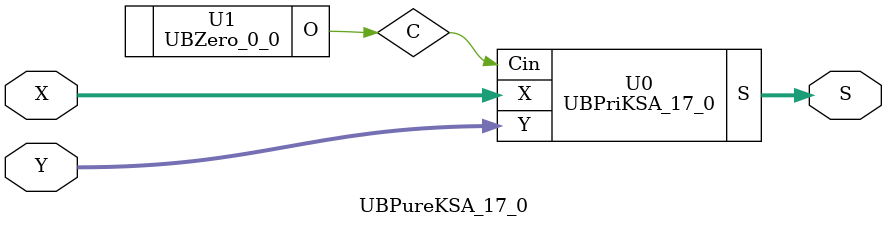
<source format=v>
/*----------------------------------------------------------------------------
  Copyright (c) 2021 Homma laboratory. All rights reserved.

  Top module: UBKSA_17_0_17_0

  Operand-1 length: 18
  Operand-2 length: 18
  Two-operand addition algorithm: Kogge-Stone adder
----------------------------------------------------------------------------*/

module GPGenerator(Go, Po, A, B);
  output Go;
  output Po;
  input A;
  input B;
  assign Go = A & B;
  assign Po = A ^ B;
endmodule

module CarryOperator(Go, Po, Gi1, Pi1, Gi2, Pi2);
  output Go;
  output Po;
  input Gi1;
  input Gi2;
  input Pi1;
  input Pi2;
  assign Go = Gi1 | ( Gi2 & Pi1 );
  assign Po = Pi1 & Pi2;
endmodule

module UBPriKSA_17_0(S, X, Y, Cin);
  output [18:0] S;
  input Cin;
  input [17:0] X;
  input [17:0] Y;
  wire [17:0] G0;
  wire [17:0] G1;
  wire [17:0] G2;
  wire [17:0] G3;
  wire [17:0] G4;
  wire [17:0] G5;
  wire [17:0] P0;
  wire [17:0] P1;
  wire [17:0] P2;
  wire [17:0] P3;
  wire [17:0] P4;
  wire [17:0] P5;
  assign P1[0] = P0[0];
  assign G1[0] = G0[0];
  assign P2[0] = P1[0];
  assign G2[0] = G1[0];
  assign P2[1] = P1[1];
  assign G2[1] = G1[1];
  assign P3[0] = P2[0];
  assign G3[0] = G2[0];
  assign P3[1] = P2[1];
  assign G3[1] = G2[1];
  assign P3[2] = P2[2];
  assign G3[2] = G2[2];
  assign P3[3] = P2[3];
  assign G3[3] = G2[3];
  assign P4[0] = P3[0];
  assign G4[0] = G3[0];
  assign P4[1] = P3[1];
  assign G4[1] = G3[1];
  assign P4[2] = P3[2];
  assign G4[2] = G3[2];
  assign P4[3] = P3[3];
  assign G4[3] = G3[3];
  assign P4[4] = P3[4];
  assign G4[4] = G3[4];
  assign P4[5] = P3[5];
  assign G4[5] = G3[5];
  assign P4[6] = P3[6];
  assign G4[6] = G3[6];
  assign P4[7] = P3[7];
  assign G4[7] = G3[7];
  assign P5[0] = P4[0];
  assign G5[0] = G4[0];
  assign P5[1] = P4[1];
  assign G5[1] = G4[1];
  assign P5[2] = P4[2];
  assign G5[2] = G4[2];
  assign P5[3] = P4[3];
  assign G5[3] = G4[3];
  assign P5[4] = P4[4];
  assign G5[4] = G4[4];
  assign P5[5] = P4[5];
  assign G5[5] = G4[5];
  assign P5[6] = P4[6];
  assign G5[6] = G4[6];
  assign P5[7] = P4[7];
  assign G5[7] = G4[7];
  assign P5[8] = P4[8];
  assign G5[8] = G4[8];
  assign P5[9] = P4[9];
  assign G5[9] = G4[9];
  assign P5[10] = P4[10];
  assign G5[10] = G4[10];
  assign P5[11] = P4[11];
  assign G5[11] = G4[11];
  assign P5[12] = P4[12];
  assign G5[12] = G4[12];
  assign P5[13] = P4[13];
  assign G5[13] = G4[13];
  assign P5[14] = P4[14];
  assign G5[14] = G4[14];
  assign P5[15] = P4[15];
  assign G5[15] = G4[15];
  assign S[0] = Cin ^ P0[0];
  assign S[1] = ( G5[0] | ( P5[0] & Cin ) ) ^ P0[1];
  assign S[2] = ( G5[1] | ( P5[1] & Cin ) ) ^ P0[2];
  assign S[3] = ( G5[2] | ( P5[2] & Cin ) ) ^ P0[3];
  assign S[4] = ( G5[3] | ( P5[3] & Cin ) ) ^ P0[4];
  assign S[5] = ( G5[4] | ( P5[4] & Cin ) ) ^ P0[5];
  assign S[6] = ( G5[5] | ( P5[5] & Cin ) ) ^ P0[6];
  assign S[7] = ( G5[6] | ( P5[6] & Cin ) ) ^ P0[7];
  assign S[8] = ( G5[7] | ( P5[7] & Cin ) ) ^ P0[8];
  assign S[9] = ( G5[8] | ( P5[8] & Cin ) ) ^ P0[9];
  assign S[10] = ( G5[9] | ( P5[9] & Cin ) ) ^ P0[10];
  assign S[11] = ( G5[10] | ( P5[10] & Cin ) ) ^ P0[11];
  assign S[12] = ( G5[11] | ( P5[11] & Cin ) ) ^ P0[12];
  assign S[13] = ( G5[12] | ( P5[12] & Cin ) ) ^ P0[13];
  assign S[14] = ( G5[13] | ( P5[13] & Cin ) ) ^ P0[14];
  assign S[15] = ( G5[14] | ( P5[14] & Cin ) ) ^ P0[15];
  assign S[16] = ( G5[15] | ( P5[15] & Cin ) ) ^ P0[16];
  assign S[17] = ( G5[16] | ( P5[16] & Cin ) ) ^ P0[17];
  assign S[18] = G5[17] | ( P5[17] & Cin );
  GPGenerator U0 (G0[0], P0[0], X[0], Y[0]);
  GPGenerator U1 (G0[1], P0[1], X[1], Y[1]);
  GPGenerator U2 (G0[2], P0[2], X[2], Y[2]);
  GPGenerator U3 (G0[3], P0[3], X[3], Y[3]);
  GPGenerator U4 (G0[4], P0[4], X[4], Y[4]);
  GPGenerator U5 (G0[5], P0[5], X[5], Y[5]);
  GPGenerator U6 (G0[6], P0[6], X[6], Y[6]);
  GPGenerator U7 (G0[7], P0[7], X[7], Y[7]);
  GPGenerator U8 (G0[8], P0[8], X[8], Y[8]);
  GPGenerator U9 (G0[9], P0[9], X[9], Y[9]);
  GPGenerator U10 (G0[10], P0[10], X[10], Y[10]);
  GPGenerator U11 (G0[11], P0[11], X[11], Y[11]);
  GPGenerator U12 (G0[12], P0[12], X[12], Y[12]);
  GPGenerator U13 (G0[13], P0[13], X[13], Y[13]);
  GPGenerator U14 (G0[14], P0[14], X[14], Y[14]);
  GPGenerator U15 (G0[15], P0[15], X[15], Y[15]);
  GPGenerator U16 (G0[16], P0[16], X[16], Y[16]);
  GPGenerator U17 (G0[17], P0[17], X[17], Y[17]);
  CarryOperator U18 (G1[1], P1[1], G0[1], P0[1], G0[0], P0[0]);
  CarryOperator U19 (G1[2], P1[2], G0[2], P0[2], G0[1], P0[1]);
  CarryOperator U20 (G1[3], P1[3], G0[3], P0[3], G0[2], P0[2]);
  CarryOperator U21 (G1[4], P1[4], G0[4], P0[4], G0[3], P0[3]);
  CarryOperator U22 (G1[5], P1[5], G0[5], P0[5], G0[4], P0[4]);
  CarryOperator U23 (G1[6], P1[6], G0[6], P0[6], G0[5], P0[5]);
  CarryOperator U24 (G1[7], P1[7], G0[7], P0[7], G0[6], P0[6]);
  CarryOperator U25 (G1[8], P1[8], G0[8], P0[8], G0[7], P0[7]);
  CarryOperator U26 (G1[9], P1[9], G0[9], P0[9], G0[8], P0[8]);
  CarryOperator U27 (G1[10], P1[10], G0[10], P0[10], G0[9], P0[9]);
  CarryOperator U28 (G1[11], P1[11], G0[11], P0[11], G0[10], P0[10]);
  CarryOperator U29 (G1[12], P1[12], G0[12], P0[12], G0[11], P0[11]);
  CarryOperator U30 (G1[13], P1[13], G0[13], P0[13], G0[12], P0[12]);
  CarryOperator U31 (G1[14], P1[14], G0[14], P0[14], G0[13], P0[13]);
  CarryOperator U32 (G1[15], P1[15], G0[15], P0[15], G0[14], P0[14]);
  CarryOperator U33 (G1[16], P1[16], G0[16], P0[16], G0[15], P0[15]);
  CarryOperator U34 (G1[17], P1[17], G0[17], P0[17], G0[16], P0[16]);
  CarryOperator U35 (G2[2], P2[2], G1[2], P1[2], G1[0], P1[0]);
  CarryOperator U36 (G2[3], P2[3], G1[3], P1[3], G1[1], P1[1]);
  CarryOperator U37 (G2[4], P2[4], G1[4], P1[4], G1[2], P1[2]);
  CarryOperator U38 (G2[5], P2[5], G1[5], P1[5], G1[3], P1[3]);
  CarryOperator U39 (G2[6], P2[6], G1[6], P1[6], G1[4], P1[4]);
  CarryOperator U40 (G2[7], P2[7], G1[7], P1[7], G1[5], P1[5]);
  CarryOperator U41 (G2[8], P2[8], G1[8], P1[8], G1[6], P1[6]);
  CarryOperator U42 (G2[9], P2[9], G1[9], P1[9], G1[7], P1[7]);
  CarryOperator U43 (G2[10], P2[10], G1[10], P1[10], G1[8], P1[8]);
  CarryOperator U44 (G2[11], P2[11], G1[11], P1[11], G1[9], P1[9]);
  CarryOperator U45 (G2[12], P2[12], G1[12], P1[12], G1[10], P1[10]);
  CarryOperator U46 (G2[13], P2[13], G1[13], P1[13], G1[11], P1[11]);
  CarryOperator U47 (G2[14], P2[14], G1[14], P1[14], G1[12], P1[12]);
  CarryOperator U48 (G2[15], P2[15], G1[15], P1[15], G1[13], P1[13]);
  CarryOperator U49 (G2[16], P2[16], G1[16], P1[16], G1[14], P1[14]);
  CarryOperator U50 (G2[17], P2[17], G1[17], P1[17], G1[15], P1[15]);
  CarryOperator U51 (G3[4], P3[4], G2[4], P2[4], G2[0], P2[0]);
  CarryOperator U52 (G3[5], P3[5], G2[5], P2[5], G2[1], P2[1]);
  CarryOperator U53 (G3[6], P3[6], G2[6], P2[6], G2[2], P2[2]);
  CarryOperator U54 (G3[7], P3[7], G2[7], P2[7], G2[3], P2[3]);
  CarryOperator U55 (G3[8], P3[8], G2[8], P2[8], G2[4], P2[4]);
  CarryOperator U56 (G3[9], P3[9], G2[9], P2[9], G2[5], P2[5]);
  CarryOperator U57 (G3[10], P3[10], G2[10], P2[10], G2[6], P2[6]);
  CarryOperator U58 (G3[11], P3[11], G2[11], P2[11], G2[7], P2[7]);
  CarryOperator U59 (G3[12], P3[12], G2[12], P2[12], G2[8], P2[8]);
  CarryOperator U60 (G3[13], P3[13], G2[13], P2[13], G2[9], P2[9]);
  CarryOperator U61 (G3[14], P3[14], G2[14], P2[14], G2[10], P2[10]);
  CarryOperator U62 (G3[15], P3[15], G2[15], P2[15], G2[11], P2[11]);
  CarryOperator U63 (G3[16], P3[16], G2[16], P2[16], G2[12], P2[12]);
  CarryOperator U64 (G3[17], P3[17], G2[17], P2[17], G2[13], P2[13]);
  CarryOperator U65 (G4[8], P4[8], G3[8], P3[8], G3[0], P3[0]);
  CarryOperator U66 (G4[9], P4[9], G3[9], P3[9], G3[1], P3[1]);
  CarryOperator U67 (G4[10], P4[10], G3[10], P3[10], G3[2], P3[2]);
  CarryOperator U68 (G4[11], P4[11], G3[11], P3[11], G3[3], P3[3]);
  CarryOperator U69 (G4[12], P4[12], G3[12], P3[12], G3[4], P3[4]);
  CarryOperator U70 (G4[13], P4[13], G3[13], P3[13], G3[5], P3[5]);
  CarryOperator U71 (G4[14], P4[14], G3[14], P3[14], G3[6], P3[6]);
  CarryOperator U72 (G4[15], P4[15], G3[15], P3[15], G3[7], P3[7]);
  CarryOperator U73 (G4[16], P4[16], G3[16], P3[16], G3[8], P3[8]);
  CarryOperator U74 (G4[17], P4[17], G3[17], P3[17], G3[9], P3[9]);
  CarryOperator U75 (G5[16], P5[16], G4[16], P4[16], G4[0], P4[0]);
  CarryOperator U76 (G5[17], P5[17], G4[17], P4[17], G4[1], P4[1]);
endmodule

module UBZero_0_0(O);
  output [0:0] O;
  assign O[0] = 0;
endmodule

module UBKSA_17_0_17_0 (S, X, Y);
  output [18:0] S;
  input [17:0] X;
  input [17:0] Y;
  UBPureKSA_17_0 U0 (S[18:0], X[17:0], Y[17:0]);
endmodule

module UBPureKSA_17_0 (S, X, Y);
  output [18:0] S;
  input [17:0] X;
  input [17:0] Y;
  wire C;
  UBPriKSA_17_0 U0 (S, X, Y, C);
  UBZero_0_0 U1 (C);
endmodule


</source>
